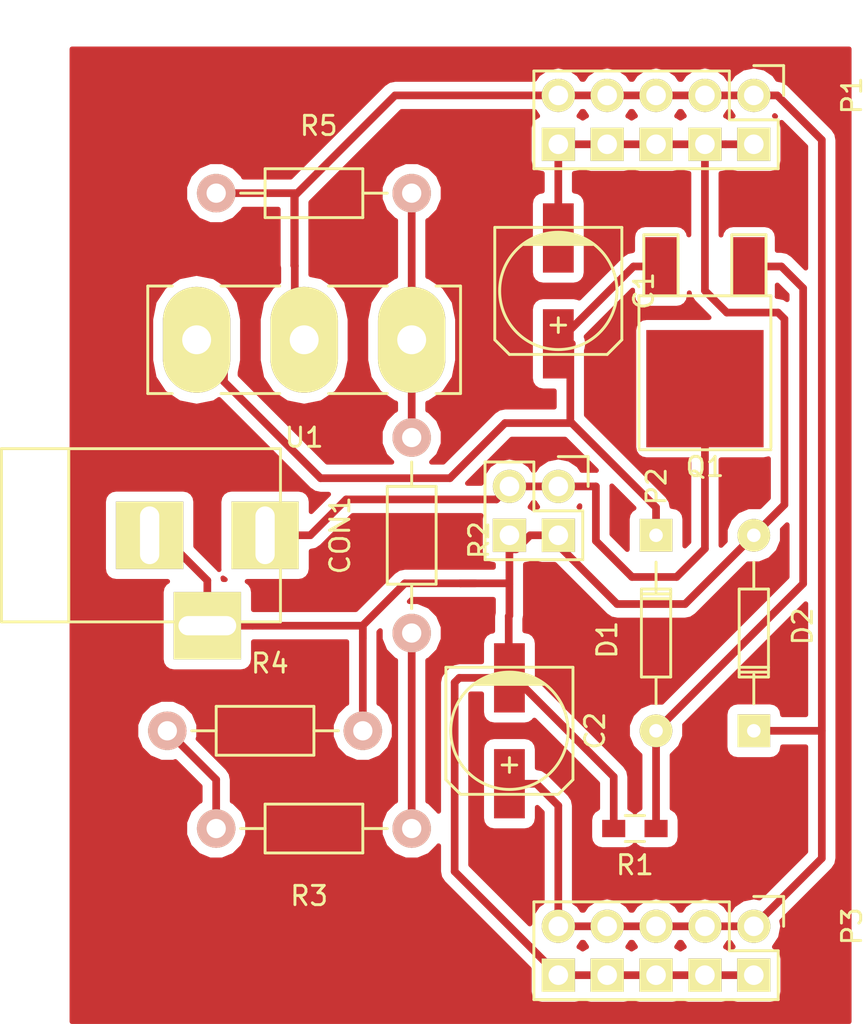
<source format=kicad_pcb>
(kicad_pcb (version 4) (host pcbnew 4.0.2+dfsg1-stable)

  (general
    (links 43)
    (no_connects 0)
    (area 110.284379 83.591666 156.135 137.388333)
    (thickness 1.6)
    (drawings 0)
    (tracks 117)
    (zones 0)
    (modules 15)
    (nets 9)
  )

  (page A4)
  (layers
    (0 F.Cu signal)
    (31 B.Cu signal hide)
    (32 B.Adhes user)
    (33 F.Adhes user)
    (34 B.Paste user)
    (35 F.Paste user)
    (36 B.SilkS user)
    (37 F.SilkS user)
    (38 B.Mask user)
    (39 F.Mask user)
    (40 Dwgs.User user)
    (41 Cmts.User user)
    (42 Eco1.User user)
    (43 Eco2.User user)
    (44 Edge.Cuts user)
    (45 Margin user)
    (46 B.CrtYd user)
    (47 F.CrtYd user)
    (48 B.Fab user)
    (49 F.Fab user)
  )

  (setup
    (last_trace_width 0.4)
    (trace_clearance 0.4)
    (zone_clearance 0.508)
    (zone_45_only no)
    (trace_min 0.2)
    (segment_width 0.2)
    (edge_width 0.15)
    (via_size 0.6)
    (via_drill 0.4)
    (via_min_size 0.4)
    (via_min_drill 0.3)
    (uvia_size 0.3)
    (uvia_drill 0.1)
    (uvias_allowed no)
    (uvia_min_size 0.2)
    (uvia_min_drill 0.1)
    (pcb_text_width 0.3)
    (pcb_text_size 1.5 1.5)
    (mod_edge_width 0.15)
    (mod_text_size 1 1)
    (mod_text_width 0.15)
    (pad_size 1.651 3.048)
    (pad_drill 0)
    (pad_to_mask_clearance 0.2)
    (aux_axis_origin 0 0)
    (visible_elements FFFFFF7F)
    (pcbplotparams
      (layerselection 0x00000_00000001)
      (usegerberextensions false)
      (excludeedgelayer true)
      (linewidth 0.100000)
      (plotframeref false)
      (viasonmask false)
      (mode 1)
      (useauxorigin false)
      (hpglpennumber 1)
      (hpglpenspeed 20)
      (hpglpendiameter 15)
      (hpglpenoverlay 2)
      (psnegative false)
      (psa4output false)
      (plotreference true)
      (plotvalue true)
      (plotinvisibletext false)
      (padsonsilk false)
      (subtractmaskfromsilk false)
      (outputformat 4)
      (mirror true)
      (drillshape 1)
      (scaleselection 1)
      (outputdirectory ""))
  )

  (net 0 "")
  (net 1 "Net-(C1-Pad1)")
  (net 2 GND)
  (net 3 "Net-(C2-Pad1)")
  (net 4 "Net-(D1-Pad2)")
  (net 5 VCC)
  (net 6 "Net-(R2-Pad1)")
  (net 7 "Net-(R2-Pad2)")
  (net 8 "Net-(R3-Pad2)")

  (net_class Default "This is the default net class."
    (clearance 0.4)
    (trace_width 0.4)
    (via_dia 0.6)
    (via_drill 0.4)
    (uvia_dia 0.3)
    (uvia_drill 0.1)
    (add_net GND)
    (add_net "Net-(C1-Pad1)")
    (add_net "Net-(C2-Pad1)")
    (add_net "Net-(D1-Pad2)")
    (add_net "Net-(R2-Pad1)")
    (add_net "Net-(R2-Pad2)")
    (add_net "Net-(R3-Pad2)")
    (add_net VCC)
  )

  (module Capacitors_SMD:c_elec_6.3x5.3 (layer F.Cu) (tedit 55725E31) (tstamp 5AAB3AA7)
    (at 139.7 99.06 270)
    (descr "SMT capacitor, aluminium electrolytic, 6.3x5.3")
    (path /5AA2005A)
    (attr smd)
    (fp_text reference C1 (at 0 -4.445 270) (layer F.SilkS)
      (effects (font (size 1 1) (thickness 0.15)))
    )
    (fp_text value "100 µF" (at 0 4.445 270) (layer F.Fab)
      (effects (font (size 1 1) (thickness 0.15)))
    )
    (fp_line (start -4.85 -3.65) (end 4.85 -3.65) (layer F.CrtYd) (width 0.05))
    (fp_line (start 4.85 -3.65) (end 4.85 3.65) (layer F.CrtYd) (width 0.05))
    (fp_line (start 4.85 3.65) (end -4.85 3.65) (layer F.CrtYd) (width 0.05))
    (fp_line (start -4.85 3.65) (end -4.85 -3.65) (layer F.CrtYd) (width 0.05))
    (fp_line (start -2.921 -0.762) (end -2.921 0.762) (layer F.SilkS) (width 0.15))
    (fp_line (start -2.794 1.143) (end -2.794 -1.143) (layer F.SilkS) (width 0.15))
    (fp_line (start -2.667 -1.397) (end -2.667 1.397) (layer F.SilkS) (width 0.15))
    (fp_line (start -2.54 1.651) (end -2.54 -1.651) (layer F.SilkS) (width 0.15))
    (fp_line (start -2.413 -1.778) (end -2.413 1.778) (layer F.SilkS) (width 0.15))
    (fp_line (start -3.302 -3.302) (end -3.302 3.302) (layer F.SilkS) (width 0.15))
    (fp_line (start -3.302 3.302) (end 2.54 3.302) (layer F.SilkS) (width 0.15))
    (fp_line (start 2.54 3.302) (end 3.302 2.54) (layer F.SilkS) (width 0.15))
    (fp_line (start 3.302 2.54) (end 3.302 -2.54) (layer F.SilkS) (width 0.15))
    (fp_line (start 3.302 -2.54) (end 2.54 -3.302) (layer F.SilkS) (width 0.15))
    (fp_line (start 2.54 -3.302) (end -3.302 -3.302) (layer F.SilkS) (width 0.15))
    (fp_line (start 2.159 0) (end 1.397 0) (layer F.SilkS) (width 0.15))
    (fp_line (start 1.778 -0.381) (end 1.778 0.381) (layer F.SilkS) (width 0.15))
    (fp_circle (center 0 0) (end -3.048 0) (layer F.SilkS) (width 0.15))
    (pad 1 smd rect (at 2.75082 0 270) (size 3.59918 1.6002) (layers F.Cu F.Paste F.Mask)
      (net 1 "Net-(C1-Pad1)"))
    (pad 2 smd rect (at -2.75082 0 270) (size 3.59918 1.6002) (layers F.Cu F.Paste F.Mask)
      (net 2 GND))
    (model Capacitors_SMD.3dshapes/c_elec_6.3x5.3.wrl
      (at (xyz 0 0 0))
      (scale (xyz 1 1 1))
      (rotate (xyz 0 0 0))
    )
  )

  (module Capacitors_SMD:c_elec_6.3x5.3 (layer F.Cu) (tedit 55725E31) (tstamp 5AAB3AAD)
    (at 137.16 121.92 270)
    (descr "SMT capacitor, aluminium electrolytic, 6.3x5.3")
    (path /5AA200EB)
    (attr smd)
    (fp_text reference C2 (at 0 -4.445 270) (layer F.SilkS)
      (effects (font (size 1 1) (thickness 0.15)))
    )
    (fp_text value "100 µF" (at 0 4.445 270) (layer F.Fab)
      (effects (font (size 1 1) (thickness 0.15)))
    )
    (fp_line (start -4.85 -3.65) (end 4.85 -3.65) (layer F.CrtYd) (width 0.05))
    (fp_line (start 4.85 -3.65) (end 4.85 3.65) (layer F.CrtYd) (width 0.05))
    (fp_line (start 4.85 3.65) (end -4.85 3.65) (layer F.CrtYd) (width 0.05))
    (fp_line (start -4.85 3.65) (end -4.85 -3.65) (layer F.CrtYd) (width 0.05))
    (fp_line (start -2.921 -0.762) (end -2.921 0.762) (layer F.SilkS) (width 0.15))
    (fp_line (start -2.794 1.143) (end -2.794 -1.143) (layer F.SilkS) (width 0.15))
    (fp_line (start -2.667 -1.397) (end -2.667 1.397) (layer F.SilkS) (width 0.15))
    (fp_line (start -2.54 1.651) (end -2.54 -1.651) (layer F.SilkS) (width 0.15))
    (fp_line (start -2.413 -1.778) (end -2.413 1.778) (layer F.SilkS) (width 0.15))
    (fp_line (start -3.302 -3.302) (end -3.302 3.302) (layer F.SilkS) (width 0.15))
    (fp_line (start -3.302 3.302) (end 2.54 3.302) (layer F.SilkS) (width 0.15))
    (fp_line (start 2.54 3.302) (end 3.302 2.54) (layer F.SilkS) (width 0.15))
    (fp_line (start 3.302 2.54) (end 3.302 -2.54) (layer F.SilkS) (width 0.15))
    (fp_line (start 3.302 -2.54) (end 2.54 -3.302) (layer F.SilkS) (width 0.15))
    (fp_line (start 2.54 -3.302) (end -3.302 -3.302) (layer F.SilkS) (width 0.15))
    (fp_line (start 2.159 0) (end 1.397 0) (layer F.SilkS) (width 0.15))
    (fp_line (start 1.778 -0.381) (end 1.778 0.381) (layer F.SilkS) (width 0.15))
    (fp_circle (center 0 0) (end -3.048 0) (layer F.SilkS) (width 0.15))
    (pad 1 smd rect (at 2.75082 0 270) (size 3.59918 1.6002) (layers F.Cu F.Paste F.Mask)
      (net 3 "Net-(C2-Pad1)"))
    (pad 2 smd rect (at -2.75082 0 270) (size 3.59918 1.6002) (layers F.Cu F.Paste F.Mask)
      (net 2 GND))
    (model Capacitors_SMD.3dshapes/c_elec_6.3x5.3.wrl
      (at (xyz 0 0 0))
      (scale (xyz 1 1 1))
      (rotate (xyz 0 0 0))
    )
  )

  (module Connect:BARREL_JACK (layer F.Cu) (tedit 0) (tstamp 5AAB3AB4)
    (at 118.26 111.76)
    (descr "DC Barrel Jack")
    (tags "Power Jack")
    (path /5AA7E818)
    (fp_text reference CON1 (at 10.09904 0 90) (layer F.SilkS)
      (effects (font (size 1 1) (thickness 0.15)))
    )
    (fp_text value BARREL_JACK (at 0 -5.99948) (layer F.Fab)
      (effects (font (size 1 1) (thickness 0.15)))
    )
    (fp_line (start -4.0005 -4.50088) (end -4.0005 4.50088) (layer F.SilkS) (width 0.15))
    (fp_line (start -7.50062 -4.50088) (end -7.50062 4.50088) (layer F.SilkS) (width 0.15))
    (fp_line (start -7.50062 4.50088) (end 7.00024 4.50088) (layer F.SilkS) (width 0.15))
    (fp_line (start 7.00024 4.50088) (end 7.00024 -4.50088) (layer F.SilkS) (width 0.15))
    (fp_line (start 7.00024 -4.50088) (end -7.50062 -4.50088) (layer F.SilkS) (width 0.15))
    (pad 1 thru_hole rect (at 6.20014 0) (size 3.50012 3.50012) (drill oval 1.00076 2.99974) (layers *.Cu *.Mask F.SilkS)
      (net 5 VCC))
    (pad 2 thru_hole rect (at 0.20066 0) (size 3.50012 3.50012) (drill oval 1.00076 2.99974) (layers *.Cu *.Mask F.SilkS)
      (net 2 GND))
    (pad 3 thru_hole rect (at 3.2004 4.699) (size 3.50012 3.50012) (drill oval 2.99974 1.00076) (layers *.Cu *.Mask F.SilkS)
      (net 2 GND))
  )

  (module Diodes_ThroughHole:Diode_DO-35_SOD27_Horizontal_RM10 (layer F.Cu) (tedit 552FFC30) (tstamp 5AAB3ABA)
    (at 144.777 111.759 270)
    (descr "Diode, DO-35,  SOD27, Horizontal, RM 10mm")
    (tags "Diode, DO-35, SOD27, Horizontal, RM 10mm, 1N4148,")
    (path /5AA1A9A1)
    (fp_text reference D1 (at 5.43052 2.53746 270) (layer F.SilkS)
      (effects (font (size 1 1) (thickness 0.15)))
    )
    (fp_text value ZPD5.1 (at 4.41452 -3.55854 270) (layer F.Fab)
      (effects (font (size 1 1) (thickness 0.15)))
    )
    (fp_line (start 7.36652 -0.00254) (end 8.76352 -0.00254) (layer F.SilkS) (width 0.15))
    (fp_line (start 2.92152 -0.00254) (end 1.39752 -0.00254) (layer F.SilkS) (width 0.15))
    (fp_line (start 3.30252 -0.76454) (end 3.30252 0.75946) (layer F.SilkS) (width 0.15))
    (fp_line (start 3.04852 -0.76454) (end 3.04852 0.75946) (layer F.SilkS) (width 0.15))
    (fp_line (start 2.79452 -0.00254) (end 2.79452 0.75946) (layer F.SilkS) (width 0.15))
    (fp_line (start 2.79452 0.75946) (end 7.36652 0.75946) (layer F.SilkS) (width 0.15))
    (fp_line (start 7.36652 0.75946) (end 7.36652 -0.76454) (layer F.SilkS) (width 0.15))
    (fp_line (start 7.36652 -0.76454) (end 2.79452 -0.76454) (layer F.SilkS) (width 0.15))
    (fp_line (start 2.79452 -0.76454) (end 2.79452 -0.00254) (layer F.SilkS) (width 0.15))
    (pad 2 thru_hole circle (at 10.16052 -0.00254 90) (size 1.69926 1.69926) (drill 0.70104) (layers *.Cu *.Mask F.SilkS)
      (net 4 "Net-(D1-Pad2)"))
    (pad 1 thru_hole rect (at 0.00052 -0.00254 90) (size 1.69926 1.69926) (drill 0.70104) (layers *.Cu *.Mask F.SilkS)
      (net 1 "Net-(C1-Pad1)"))
    (model Diodes_ThroughHole.3dshapes/Diode_DO-35_SOD27_Horizontal_RM10.wrl
      (at (xyz 0.2 0 0))
      (scale (xyz 0.4 0.4 0.4))
      (rotate (xyz 0 0 180))
    )
  )

  (module Diodes_ThroughHole:Diode_DO-35_SOD27_Horizontal_RM10 (layer F.Cu) (tedit 552FFC30) (tstamp 5AAB3AC0)
    (at 149.863 121.921 90)
    (descr "Diode, DO-35,  SOD27, Horizontal, RM 10mm")
    (tags "Diode, DO-35, SOD27, Horizontal, RM 10mm, 1N4148,")
    (path /5AAB5CD9)
    (fp_text reference D2 (at 5.43052 2.53746 90) (layer F.SilkS)
      (effects (font (size 1 1) (thickness 0.15)))
    )
    (fp_text value ZPD6.2 (at 4.41452 -5.08254 90) (layer F.Fab)
      (effects (font (size 1 1) (thickness 0.15)))
    )
    (fp_line (start 7.36652 -0.00254) (end 8.76352 -0.00254) (layer F.SilkS) (width 0.15))
    (fp_line (start 2.92152 -0.00254) (end 1.39752 -0.00254) (layer F.SilkS) (width 0.15))
    (fp_line (start 3.30252 -0.76454) (end 3.30252 0.75946) (layer F.SilkS) (width 0.15))
    (fp_line (start 3.04852 -0.76454) (end 3.04852 0.75946) (layer F.SilkS) (width 0.15))
    (fp_line (start 2.79452 -0.00254) (end 2.79452 0.75946) (layer F.SilkS) (width 0.15))
    (fp_line (start 2.79452 0.75946) (end 7.36652 0.75946) (layer F.SilkS) (width 0.15))
    (fp_line (start 7.36652 0.75946) (end 7.36652 -0.76454) (layer F.SilkS) (width 0.15))
    (fp_line (start 7.36652 -0.76454) (end 2.79452 -0.76454) (layer F.SilkS) (width 0.15))
    (fp_line (start 2.79452 -0.76454) (end 2.79452 -0.00254) (layer F.SilkS) (width 0.15))
    (pad 2 thru_hole circle (at 10.16052 -0.00254 270) (size 1.69926 1.69926) (drill 0.70104) (layers *.Cu *.Mask F.SilkS)
      (net 2 GND))
    (pad 1 thru_hole rect (at 0.00052 -0.00254 270) (size 1.69926 1.69926) (drill 0.70104) (layers *.Cu *.Mask F.SilkS)
      (net 3 "Net-(C2-Pad1)"))
    (model Diodes_ThroughHole.3dshapes/Diode_DO-35_SOD27_Horizontal_RM10.wrl
      (at (xyz 0.2 0 0))
      (scale (xyz 0.4 0.4 0.4))
      (rotate (xyz 0 0 180))
    )
  )

  (module Pin_Headers:Pin_Header_Straight_2x05 (layer F.Cu) (tedit 5AAB3B93) (tstamp 5AAB3ACE)
    (at 149.86 88.9 270)
    (descr "Through hole pin header")
    (tags "pin header")
    (path /5AAB5FCD)
    (fp_text reference P1 (at 0 -5.1 270) (layer F.SilkS)
      (effects (font (size 1 1) (thickness 0.15)))
    )
    (fp_text value CONN_02X05 (at 0 -3.1 270) (layer F.Fab)
      (effects (font (size 1 1) (thickness 0.15)))
    )
    (fp_line (start -1.75 -1.75) (end -1.75 11.95) (layer F.CrtYd) (width 0.05))
    (fp_line (start 4.3 -1.75) (end 4.3 11.95) (layer F.CrtYd) (width 0.05))
    (fp_line (start -1.75 -1.75) (end 4.3 -1.75) (layer F.CrtYd) (width 0.05))
    (fp_line (start -1.75 11.95) (end 4.3 11.95) (layer F.CrtYd) (width 0.05))
    (fp_line (start 3.81 -1.27) (end 3.81 11.43) (layer F.SilkS) (width 0.15))
    (fp_line (start 3.81 11.43) (end -1.27 11.43) (layer F.SilkS) (width 0.15))
    (fp_line (start -1.27 11.43) (end -1.27 1.27) (layer F.SilkS) (width 0.15))
    (fp_line (start 3.81 -1.27) (end 1.27 -1.27) (layer F.SilkS) (width 0.15))
    (fp_line (start 0 -1.55) (end -1.55 -1.55) (layer F.SilkS) (width 0.15))
    (fp_line (start 1.27 -1.27) (end 1.27 1.27) (layer F.SilkS) (width 0.15))
    (fp_line (start 1.27 1.27) (end -1.27 1.27) (layer F.SilkS) (width 0.15))
    (fp_line (start -1.55 -1.55) (end -1.55 0) (layer F.SilkS) (width 0.15))
    (pad 1 thru_hole oval (at 0 0 270) (size 1.7272 1.7272) (drill 1.016) (layers *.Cu *.Mask F.SilkS)
      (net 3 "Net-(C2-Pad1)"))
    (pad 2 thru_hole rect (at 2.54 0 270) (size 1.7272 1.7272) (drill 1.016) (layers *.Cu *.Mask F.SilkS)
      (net 2 GND))
    (pad 3 thru_hole oval (at 0 2.54 270) (size 1.7272 1.7272) (drill 1.016) (layers *.Cu *.Mask F.SilkS)
      (net 3 "Net-(C2-Pad1)"))
    (pad 4 thru_hole rect (at 2.54 2.54 270) (size 1.7272 1.7272) (drill 1.016) (layers *.Cu *.Mask F.SilkS)
      (net 2 GND))
    (pad 5 thru_hole oval (at 0 5.08 270) (size 1.7272 1.7272) (drill 1.016) (layers *.Cu *.Mask F.SilkS)
      (net 3 "Net-(C2-Pad1)"))
    (pad 6 thru_hole rect (at 2.54 5.08 270) (size 1.7272 1.7272) (drill 1.016) (layers *.Cu *.Mask F.SilkS)
      (net 2 GND))
    (pad 7 thru_hole oval (at 0 7.62 270) (size 1.7272 1.7272) (drill 1.016) (layers *.Cu *.Mask F.SilkS)
      (net 3 "Net-(C2-Pad1)"))
    (pad 8 thru_hole rect (at 2.54 7.62 270) (size 1.7272 1.7272) (drill 1.016) (layers *.Cu *.Mask F.SilkS)
      (net 2 GND))
    (pad 9 thru_hole oval (at 0 10.16 270) (size 1.7272 1.7272) (drill 1.016) (layers *.Cu *.Mask F.SilkS)
      (net 3 "Net-(C2-Pad1)"))
    (pad 10 thru_hole rect (at 2.54 10.16 270) (size 1.7272 1.7272) (drill 1.016) (layers *.Cu *.Mask F.SilkS)
      (net 2 GND))
    (model Pin_Headers.3dshapes/Pin_Header_Straight_2x05.wrl
      (at (xyz 0.05 -0.2 0))
      (scale (xyz 1 1 1))
      (rotate (xyz 0 0 90))
    )
  )

  (module Pin_Headers:Pin_Header_Straight_2x02 (layer F.Cu) (tedit 5AAB3DEB) (tstamp 5AAB3AD6)
    (at 139.7 109.22 270)
    (descr "Through hole pin header")
    (tags "pin header")
    (path /5AA1AE06)
    (fp_text reference P2 (at 0 -5.1 270) (layer F.SilkS)
      (effects (font (size 1 1) (thickness 0.15)))
    )
    (fp_text value CONN_02X02 (at 0 -3.1 270) (layer F.Fab)
      (effects (font (size 1 1) (thickness 0.15)))
    )
    (fp_line (start -1.75 -1.75) (end -1.75 4.3) (layer F.CrtYd) (width 0.05))
    (fp_line (start 4.3 -1.75) (end 4.3 4.3) (layer F.CrtYd) (width 0.05))
    (fp_line (start -1.75 -1.75) (end 4.3 -1.75) (layer F.CrtYd) (width 0.05))
    (fp_line (start -1.75 4.3) (end 4.3 4.3) (layer F.CrtYd) (width 0.05))
    (fp_line (start -1.55 0) (end -1.55 -1.55) (layer F.SilkS) (width 0.15))
    (fp_line (start 0 -1.55) (end -1.55 -1.55) (layer F.SilkS) (width 0.15))
    (fp_line (start -1.27 1.27) (end 1.27 1.27) (layer F.SilkS) (width 0.15))
    (fp_line (start 1.27 1.27) (end 1.27 -1.27) (layer F.SilkS) (width 0.15))
    (fp_line (start 1.27 -1.27) (end 3.81 -1.27) (layer F.SilkS) (width 0.15))
    (fp_line (start 3.81 -1.27) (end 3.81 3.81) (layer F.SilkS) (width 0.15))
    (fp_line (start 3.81 3.81) (end -1.27 3.81) (layer F.SilkS) (width 0.15))
    (fp_line (start -1.27 3.81) (end -1.27 1.27) (layer F.SilkS) (width 0.15))
    (pad 1 thru_hole oval (at 0 0 270) (size 1.7272 1.7272) (drill 1.016) (layers *.Cu *.Mask F.SilkS)
      (net 5 VCC))
    (pad 2 thru_hole rect (at 2.54 0 270) (size 1.7272 1.7272) (drill 1.016) (layers *.Cu *.Mask F.SilkS)
      (net 2 GND))
    (pad 3 thru_hole oval (at 0 2.54 270) (size 1.7272 1.7272) (drill 1.016) (layers *.Cu *.Mask F.SilkS)
      (net 5 VCC))
    (pad 4 thru_hole rect (at 2.54 2.54 270) (size 1.7272 1.7272) (drill 1.016) (layers *.Cu *.Mask F.SilkS)
      (net 2 GND))
    (model Pin_Headers.3dshapes/Pin_Header_Straight_2x02.wrl
      (at (xyz 0.05 -0.05 0))
      (scale (xyz 1 1 1))
      (rotate (xyz 0 0 90))
    )
  )

  (module Pin_Headers:Pin_Header_Straight_2x05 (layer F.Cu) (tedit 5AAB3B9A) (tstamp 5AAB3AE4)
    (at 149.86 132.08 270)
    (descr "Through hole pin header")
    (tags "pin header")
    (path /5AAB60F2)
    (fp_text reference P3 (at 0 -5.1 270) (layer F.SilkS)
      (effects (font (size 1 1) (thickness 0.15)))
    )
    (fp_text value CONN_02X05 (at 0 -3.1 270) (layer F.Fab)
      (effects (font (size 1 1) (thickness 0.15)))
    )
    (fp_line (start -1.75 -1.75) (end -1.75 11.95) (layer F.CrtYd) (width 0.05))
    (fp_line (start 4.3 -1.75) (end 4.3 11.95) (layer F.CrtYd) (width 0.05))
    (fp_line (start -1.75 -1.75) (end 4.3 -1.75) (layer F.CrtYd) (width 0.05))
    (fp_line (start -1.75 11.95) (end 4.3 11.95) (layer F.CrtYd) (width 0.05))
    (fp_line (start 3.81 -1.27) (end 3.81 11.43) (layer F.SilkS) (width 0.15))
    (fp_line (start 3.81 11.43) (end -1.27 11.43) (layer F.SilkS) (width 0.15))
    (fp_line (start -1.27 11.43) (end -1.27 1.27) (layer F.SilkS) (width 0.15))
    (fp_line (start 3.81 -1.27) (end 1.27 -1.27) (layer F.SilkS) (width 0.15))
    (fp_line (start 0 -1.55) (end -1.55 -1.55) (layer F.SilkS) (width 0.15))
    (fp_line (start 1.27 -1.27) (end 1.27 1.27) (layer F.SilkS) (width 0.15))
    (fp_line (start 1.27 1.27) (end -1.27 1.27) (layer F.SilkS) (width 0.15))
    (fp_line (start -1.55 -1.55) (end -1.55 0) (layer F.SilkS) (width 0.15))
    (pad 1 thru_hole oval (at 0 0 270) (size 1.7272 1.7272) (drill 1.016) (layers *.Cu *.Mask F.SilkS)
      (net 3 "Net-(C2-Pad1)"))
    (pad 2 thru_hole rect (at 2.54 0 270) (size 1.7272 1.7272) (drill 1.016) (layers *.Cu *.Mask F.SilkS)
      (net 2 GND))
    (pad 3 thru_hole oval (at 0 2.54 270) (size 1.7272 1.7272) (drill 1.016) (layers *.Cu *.Mask F.SilkS)
      (net 3 "Net-(C2-Pad1)"))
    (pad 4 thru_hole rect (at 2.54 2.54 270) (size 1.7272 1.7272) (drill 1.016) (layers *.Cu *.Mask F.SilkS)
      (net 2 GND))
    (pad 5 thru_hole oval (at 0 5.08 270) (size 1.7272 1.7272) (drill 1.016) (layers *.Cu *.Mask F.SilkS)
      (net 3 "Net-(C2-Pad1)"))
    (pad 6 thru_hole rect (at 2.54 5.08 270) (size 1.7272 1.7272) (drill 1.016) (layers *.Cu *.Mask F.SilkS)
      (net 2 GND))
    (pad 7 thru_hole oval (at 0 7.62 270) (size 1.7272 1.7272) (drill 1.016) (layers *.Cu *.Mask F.SilkS)
      (net 3 "Net-(C2-Pad1)"))
    (pad 8 thru_hole rect (at 2.54 7.62 270) (size 1.7272 1.7272) (drill 1.016) (layers *.Cu *.Mask F.SilkS)
      (net 2 GND))
    (pad 9 thru_hole oval (at 0 10.16 270) (size 1.7272 1.7272) (drill 1.016) (layers *.Cu *.Mask F.SilkS)
      (net 3 "Net-(C2-Pad1)"))
    (pad 10 thru_hole rect (at 2.54 10.16 270) (size 1.7272 1.7272) (drill 1.016) (layers *.Cu *.Mask F.SilkS)
      (net 2 GND))
    (model Pin_Headers.3dshapes/Pin_Header_Straight_2x05.wrl
      (at (xyz 0.05 -0.2 0))
      (scale (xyz 1 1 1))
      (rotate (xyz 0 0 90))
    )
  )

  (module TO_SOT_Packages_SMD:TO-252-2Lead (layer F.Cu) (tedit 5AAB4478) (tstamp 5AAB3AEB)
    (at 147.32 97.79 180)
    (descr "DPAK / TO-252 2-lead smd package")
    (tags "dpak TO-252")
    (path /5AA1A8CA)
    (attr smd)
    (fp_text reference Q1 (at 0 -10.414 180) (layer F.SilkS)
      (effects (font (size 1 1) (thickness 0.15)))
    )
    (fp_text value FR5305 (at 0 -2.413 180) (layer F.Fab)
      (effects (font (size 1 1) (thickness 0.15)))
    )
    (fp_line (start 1.397 -1.524) (end 1.397 1.651) (layer F.SilkS) (width 0.15))
    (fp_line (start 1.397 1.651) (end 3.175 1.651) (layer F.SilkS) (width 0.15))
    (fp_line (start 3.175 1.651) (end 3.175 -1.524) (layer F.SilkS) (width 0.15))
    (fp_line (start -3.175 -1.524) (end -3.175 1.651) (layer F.SilkS) (width 0.15))
    (fp_line (start -3.175 1.651) (end -1.397 1.651) (layer F.SilkS) (width 0.15))
    (fp_line (start -1.397 1.651) (end -1.397 -1.524) (layer F.SilkS) (width 0.15))
    (fp_line (start 3.429 -7.62) (end 3.429 -1.524) (layer F.SilkS) (width 0.15))
    (fp_line (start 3.429 -1.524) (end -3.429 -1.524) (layer F.SilkS) (width 0.15))
    (fp_line (start -3.429 -1.524) (end -3.429 -9.398) (layer F.SilkS) (width 0.15))
    (fp_line (start -3.429 -9.525) (end 3.429 -9.525) (layer F.SilkS) (width 0.15))
    (fp_line (start 3.429 -9.398) (end 3.429 -7.62) (layer F.SilkS) (width 0.15))
    (pad G smd rect (at -2.286 0 180) (size 1.651 3.048) (layers F.Cu F.Paste F.Mask)
      (net 4 "Net-(D1-Pad2)"))
    (pad D smd rect (at 0 -6.35 180) (size 6.096 6.096) (layers F.Cu F.Paste F.Mask)
      (net 5 VCC))
    (pad S smd rect (at 2.286 0 180) (size 1.651 3.048) (layers F.Cu F.Paste F.Mask)
      (net 1 "Net-(C1-Pad1)"))
    (model TO_SOT_Packages_SMD.3dshapes/TO-252-2Lead.wrl
      (at (xyz 0 0 0))
      (scale (xyz 1 1 1))
      (rotate (xyz 0 0 0))
    )
  )

  (module Resistors_SMD:R_0603_HandSoldering (layer F.Cu) (tedit 5418A00F) (tstamp 5AAB3AF1)
    (at 143.68 127 180)
    (descr "Resistor SMD 0603, hand soldering")
    (tags "resistor 0603")
    (path /5AA1AA56)
    (attr smd)
    (fp_text reference R1 (at 0 -1.9 180) (layer F.SilkS)
      (effects (font (size 1 1) (thickness 0.15)))
    )
    (fp_text value 100k (at 0 1.9 180) (layer F.Fab)
      (effects (font (size 1 1) (thickness 0.15)))
    )
    (fp_line (start -2 -0.8) (end 2 -0.8) (layer F.CrtYd) (width 0.05))
    (fp_line (start -2 0.8) (end 2 0.8) (layer F.CrtYd) (width 0.05))
    (fp_line (start -2 -0.8) (end -2 0.8) (layer F.CrtYd) (width 0.05))
    (fp_line (start 2 -0.8) (end 2 0.8) (layer F.CrtYd) (width 0.05))
    (fp_line (start 0.5 0.675) (end -0.5 0.675) (layer F.SilkS) (width 0.15))
    (fp_line (start -0.5 -0.675) (end 0.5 -0.675) (layer F.SilkS) (width 0.15))
    (pad 1 smd rect (at -1.1 0 180) (size 1.2 0.9) (layers F.Cu F.Paste F.Mask)
      (net 4 "Net-(D1-Pad2)"))
    (pad 2 smd rect (at 1.1 0 180) (size 1.2 0.9) (layers F.Cu F.Paste F.Mask)
      (net 2 GND))
    (model Resistors_SMD.3dshapes/R_0603_HandSoldering.wrl
      (at (xyz 0 0 0))
      (scale (xyz 1 1 1))
      (rotate (xyz 0 0 0))
    )
  )

  (module Resistors_ThroughHole:Resistor_Horizontal_RM10mm (layer F.Cu) (tedit 56648415) (tstamp 5AAB3AF7)
    (at 132.08 106.68 270)
    (descr "Resistor, Axial,  RM 10mm, 1/3W")
    (tags "Resistor Axial RM 10mm 1/3W")
    (path /5AAB3BE8)
    (fp_text reference R2 (at 5.32892 -3.50012 270) (layer F.SilkS)
      (effects (font (size 1 1) (thickness 0.15)))
    )
    (fp_text value 120 (at 5.08 3.81 270) (layer F.Fab)
      (effects (font (size 1 1) (thickness 0.15)))
    )
    (fp_line (start -1.25 -1.5) (end 11.4 -1.5) (layer F.CrtYd) (width 0.05))
    (fp_line (start -1.25 1.5) (end -1.25 -1.5) (layer F.CrtYd) (width 0.05))
    (fp_line (start 11.4 -1.5) (end 11.4 1.5) (layer F.CrtYd) (width 0.05))
    (fp_line (start -1.25 1.5) (end 11.4 1.5) (layer F.CrtYd) (width 0.05))
    (fp_line (start 2.54 -1.27) (end 7.62 -1.27) (layer F.SilkS) (width 0.15))
    (fp_line (start 7.62 -1.27) (end 7.62 1.27) (layer F.SilkS) (width 0.15))
    (fp_line (start 7.62 1.27) (end 2.54 1.27) (layer F.SilkS) (width 0.15))
    (fp_line (start 2.54 1.27) (end 2.54 -1.27) (layer F.SilkS) (width 0.15))
    (fp_line (start 2.54 0) (end 1.27 0) (layer F.SilkS) (width 0.15))
    (fp_line (start 7.62 0) (end 8.89 0) (layer F.SilkS) (width 0.15))
    (pad 1 thru_hole circle (at 0 0 270) (size 1.99898 1.99898) (drill 1.00076) (layers *.Cu *.SilkS *.Mask)
      (net 6 "Net-(R2-Pad1)"))
    (pad 2 thru_hole circle (at 10.16 0 270) (size 1.99898 1.99898) (drill 1.00076) (layers *.Cu *.SilkS *.Mask)
      (net 7 "Net-(R2-Pad2)"))
    (model Resistors_ThroughHole.3dshapes/Resistor_Horizontal_RM10mm.wrl
      (at (xyz 0 0 0))
      (scale (xyz 0.4 0.4 0.4))
      (rotate (xyz 0 0 0))
    )
  )

  (module Resistors_ThroughHole:Resistor_Horizontal_RM10mm (layer F.Cu) (tedit 56648415) (tstamp 5AAB3AFD)
    (at 132.08 127 180)
    (descr "Resistor, Axial,  RM 10mm, 1/3W")
    (tags "Resistor Axial RM 10mm 1/3W")
    (path /5AAB3C4C)
    (fp_text reference R3 (at 5.32892 -3.50012 180) (layer F.SilkS)
      (effects (font (size 1 1) (thickness 0.15)))
    )
    (fp_text value 120 (at 5.08 3.81 180) (layer F.Fab)
      (effects (font (size 1 1) (thickness 0.15)))
    )
    (fp_line (start -1.25 -1.5) (end 11.4 -1.5) (layer F.CrtYd) (width 0.05))
    (fp_line (start -1.25 1.5) (end -1.25 -1.5) (layer F.CrtYd) (width 0.05))
    (fp_line (start 11.4 -1.5) (end 11.4 1.5) (layer F.CrtYd) (width 0.05))
    (fp_line (start -1.25 1.5) (end 11.4 1.5) (layer F.CrtYd) (width 0.05))
    (fp_line (start 2.54 -1.27) (end 7.62 -1.27) (layer F.SilkS) (width 0.15))
    (fp_line (start 7.62 -1.27) (end 7.62 1.27) (layer F.SilkS) (width 0.15))
    (fp_line (start 7.62 1.27) (end 2.54 1.27) (layer F.SilkS) (width 0.15))
    (fp_line (start 2.54 1.27) (end 2.54 -1.27) (layer F.SilkS) (width 0.15))
    (fp_line (start 2.54 0) (end 1.27 0) (layer F.SilkS) (width 0.15))
    (fp_line (start 7.62 0) (end 8.89 0) (layer F.SilkS) (width 0.15))
    (pad 1 thru_hole circle (at 0 0 180) (size 1.99898 1.99898) (drill 1.00076) (layers *.Cu *.SilkS *.Mask)
      (net 7 "Net-(R2-Pad2)"))
    (pad 2 thru_hole circle (at 10.16 0 180) (size 1.99898 1.99898) (drill 1.00076) (layers *.Cu *.SilkS *.Mask)
      (net 8 "Net-(R3-Pad2)"))
    (model Resistors_ThroughHole.3dshapes/Resistor_Horizontal_RM10mm.wrl
      (at (xyz 0 0 0))
      (scale (xyz 0.4 0.4 0.4))
      (rotate (xyz 0 0 0))
    )
  )

  (module Resistors_ThroughHole:Resistor_Horizontal_RM10mm (layer F.Cu) (tedit 56648415) (tstamp 5AAB3B03)
    (at 119.38 121.92)
    (descr "Resistor, Axial,  RM 10mm, 1/3W")
    (tags "Resistor Axial RM 10mm 1/3W")
    (path /5AAB3D28)
    (fp_text reference R4 (at 5.32892 -3.50012) (layer F.SilkS)
      (effects (font (size 1 1) (thickness 0.15)))
    )
    (fp_text value 120 (at 5.08 3.81) (layer F.Fab)
      (effects (font (size 1 1) (thickness 0.15)))
    )
    (fp_line (start -1.25 -1.5) (end 11.4 -1.5) (layer F.CrtYd) (width 0.05))
    (fp_line (start -1.25 1.5) (end -1.25 -1.5) (layer F.CrtYd) (width 0.05))
    (fp_line (start 11.4 -1.5) (end 11.4 1.5) (layer F.CrtYd) (width 0.05))
    (fp_line (start -1.25 1.5) (end 11.4 1.5) (layer F.CrtYd) (width 0.05))
    (fp_line (start 2.54 -1.27) (end 7.62 -1.27) (layer F.SilkS) (width 0.15))
    (fp_line (start 7.62 -1.27) (end 7.62 1.27) (layer F.SilkS) (width 0.15))
    (fp_line (start 7.62 1.27) (end 2.54 1.27) (layer F.SilkS) (width 0.15))
    (fp_line (start 2.54 1.27) (end 2.54 -1.27) (layer F.SilkS) (width 0.15))
    (fp_line (start 2.54 0) (end 1.27 0) (layer F.SilkS) (width 0.15))
    (fp_line (start 7.62 0) (end 8.89 0) (layer F.SilkS) (width 0.15))
    (pad 1 thru_hole circle (at 0 0) (size 1.99898 1.99898) (drill 1.00076) (layers *.Cu *.SilkS *.Mask)
      (net 8 "Net-(R3-Pad2)"))
    (pad 2 thru_hole circle (at 10.16 0) (size 1.99898 1.99898) (drill 1.00076) (layers *.Cu *.SilkS *.Mask)
      (net 2 GND))
    (model Resistors_ThroughHole.3dshapes/Resistor_Horizontal_RM10mm.wrl
      (at (xyz 0 0 0))
      (scale (xyz 0.4 0.4 0.4))
      (rotate (xyz 0 0 0))
    )
  )

  (module Resistors_ThroughHole:Resistor_Horizontal_RM10mm (layer F.Cu) (tedit 56648415) (tstamp 5AAB3B09)
    (at 121.92 93.98)
    (descr "Resistor, Axial,  RM 10mm, 1/3W")
    (tags "Resistor Axial RM 10mm 1/3W")
    (path /5AAB3487)
    (fp_text reference R5 (at 5.32892 -3.50012) (layer F.SilkS)
      (effects (font (size 1 1) (thickness 0.15)))
    )
    (fp_text value 120 (at 5.08 3.81) (layer F.Fab)
      (effects (font (size 1 1) (thickness 0.15)))
    )
    (fp_line (start -1.25 -1.5) (end 11.4 -1.5) (layer F.CrtYd) (width 0.05))
    (fp_line (start -1.25 1.5) (end -1.25 -1.5) (layer F.CrtYd) (width 0.05))
    (fp_line (start 11.4 -1.5) (end 11.4 1.5) (layer F.CrtYd) (width 0.05))
    (fp_line (start -1.25 1.5) (end 11.4 1.5) (layer F.CrtYd) (width 0.05))
    (fp_line (start 2.54 -1.27) (end 7.62 -1.27) (layer F.SilkS) (width 0.15))
    (fp_line (start 7.62 -1.27) (end 7.62 1.27) (layer F.SilkS) (width 0.15))
    (fp_line (start 7.62 1.27) (end 2.54 1.27) (layer F.SilkS) (width 0.15))
    (fp_line (start 2.54 1.27) (end 2.54 -1.27) (layer F.SilkS) (width 0.15))
    (fp_line (start 2.54 0) (end 1.27 0) (layer F.SilkS) (width 0.15))
    (fp_line (start 7.62 0) (end 8.89 0) (layer F.SilkS) (width 0.15))
    (pad 1 thru_hole circle (at 0 0) (size 1.99898 1.99898) (drill 1.00076) (layers *.Cu *.SilkS *.Mask)
      (net 3 "Net-(C2-Pad1)"))
    (pad 2 thru_hole circle (at 10.16 0) (size 1.99898 1.99898) (drill 1.00076) (layers *.Cu *.SilkS *.Mask)
      (net 6 "Net-(R2-Pad1)"))
    (model Resistors_ThroughHole.3dshapes/Resistor_Horizontal_RM10mm.wrl
      (at (xyz 0 0 0))
      (scale (xyz 0.4 0.4 0.4))
      (rotate (xyz 0 0 0))
    )
  )

  (module TO_SOT_Packages_THT:TO-247_Vertical_Neutral123_largePads (layer F.Cu) (tedit 5AAB3F45) (tstamp 5AAB3B10)
    (at 126.492 101.6 180)
    (descr "TO-247 TO-218 TOP-3 FET 1=Gate 2=Drain 3=Source Vertical, large Pads")
    (tags "Transistor FET TO-247 TO-218 TOP-3 Vertical")
    (path /5AAB33D6)
    (fp_text reference U1 (at 0 -5.08 180) (layer F.SilkS)
      (effects (font (size 1 1) (thickness 0.15)))
    )
    (fp_text value LT1084 (at -1.016 8.128 180) (layer F.Fab)
      (effects (font (size 1 1) (thickness 0.15)))
    )
    (fp_line (start 6.858 2.794) (end 8.128 2.794) (layer F.SilkS) (width 0.15))
    (fp_line (start 1.27 2.794) (end 4.318 2.794) (layer F.SilkS) (width 0.15))
    (fp_line (start -4.318 2.794) (end -1.27 2.794) (layer F.SilkS) (width 0.15))
    (fp_line (start -6.858 2.794) (end -8.128 2.794) (layer F.SilkS) (width 0.15))
    (fp_line (start 6.858 -2.794) (end 8.128 -2.794) (layer F.SilkS) (width 0.15))
    (fp_line (start 1.27 -2.794) (end 4.318 -2.794) (layer F.SilkS) (width 0.15))
    (fp_line (start -4.318 -2.794) (end -1.27 -2.794) (layer F.SilkS) (width 0.15))
    (fp_line (start -6.858 -2.794) (end -8.128 -2.794) (layer F.SilkS) (width 0.15))
    (fp_line (start 8.128 2.794) (end 8.128 -2.794) (layer F.SilkS) (width 0.15))
    (fp_line (start -8.128 -2.794) (end -8.128 2.794) (layer F.SilkS) (width 0.15))
    (pad OUT thru_hole oval (at 0 0 270) (size 5.50164 3.50012) (drill 1.50114) (layers *.Cu *.Mask F.SilkS)
      (net 3 "Net-(C2-Pad1)"))
    (pad ADJ thru_hole oval (at -5.588 0 270) (size 5.50164 3.50012) (drill 1.50114) (layers *.Cu *.Mask F.SilkS)
      (net 6 "Net-(R2-Pad1)"))
    (pad IN thru_hole oval (at 5.588 0 270) (size 5.50164 3.50012) (drill 1.50114) (layers *.Cu *.Mask F.SilkS)
      (net 1 "Net-(C1-Pad1)"))
  )

  (segment (start 120.904 101.6) (end 122.326066 101.6) (width 0.4) (layer F.Cu) (net 1))
  (segment (start 122.326066 103.776745) (end 127.342577 108.793256) (width 0.4) (layer F.Cu) (net 1))
  (segment (start 122.326066 101.6) (end 122.326066 103.776745) (width 0.4) (layer F.Cu) (net 1))
  (segment (start 127.342577 108.793256) (end 134.066275 108.793256) (width 0.4) (layer F.Cu) (net 1))
  (segment (start 134.066275 108.793256) (end 136.929231 105.9303) (width 0.4) (layer F.Cu) (net 1))
  (segment (start 136.929231 105.9303) (end 140.4002 105.9303) (width 0.4) (layer F.Cu) (net 1))
  (segment (start 140.4002 101.8108) (end 140.32439 101.88661) (width 0.4) (layer F.Cu) (net 1))
  (segment (start 140.32439 101.88661) (end 140.32439 105.85449) (width 0.4) (layer F.Cu) (net 1))
  (segment (start 140.32439 105.85449) (end 140.4002 105.9303) (width 0.4) (layer F.Cu) (net 1))
  (segment (start 140.4002 101.8108) (end 139.907612 101.8108) (width 0.4) (layer F.Cu) (net 1))
  (segment (start 139.907612 101.8108) (end 139.907612 101.490588) (width 0.4) (layer F.Cu) (net 1))
  (segment (start 143.6082 97.79) (end 145.034 97.79) (width 0.4) (layer F.Cu) (net 1))
  (segment (start 139.907612 101.490588) (end 143.6082 97.79) (width 0.4) (layer F.Cu) (net 1))
  (segment (start 139.7 101.8108) (end 140.4002 101.8108) (width 0.4) (layer F.Cu) (net 1))
  (segment (start 144.7795 111.7595) (end 144.7795 110.3096) (width 0.4) (layer F.Cu) (net 1))
  (segment (start 140.4002 105.9303) (end 144.7795 110.3096) (width 0.4) (layer F.Cu) (net 1))
  (segment (start 139.1823 111.76) (end 142.755612 115.333312) (width 0.4) (layer F.Cu) (net 2))
  (segment (start 146.287688 115.333312) (end 151.45334 110.16766) (width 0.4) (layer F.Cu) (net 2))
  (segment (start 142.755612 115.333312) (end 146.287688 115.333312) (width 0.4) (layer F.Cu) (net 2))
  (segment (start 151.45334 110.16766) (end 151.45334 100.519953) (width 0.4) (layer F.Cu) (net 2))
  (segment (start 151.45334 100.519953) (end 151.119335 100.185948) (width 0.4) (layer F.Cu) (net 2))
  (segment (start 151.119335 100.185948) (end 148.456382 100.185948) (width 0.4) (layer F.Cu) (net 2))
  (segment (start 148.456382 100.185948) (end 147.32 99.049566) (width 0.4) (layer F.Cu) (net 2))
  (segment (start 147.32 99.049566) (end 147.32 91.44) (width 0.4) (layer F.Cu) (net 2))
  (segment (start 137.16 114.3) (end 137.16 115.92706) (width 0.4) (layer F.Cu) (net 2))
  (segment (start 137.16 115.92706) (end 137.12361 115.96345) (width 0.4) (layer F.Cu) (net 2))
  (segment (start 137.12361 115.96345) (end 137.12361 118.835149) (width 0.4) (layer F.Cu) (net 2))
  (segment (start 137.12361 118.835149) (end 137.450843 119.162382) (width 0.4) (layer F.Cu) (net 2))
  (segment (start 137.450843 119.162382) (end 137.444025 119.1692) (width 0.4) (layer F.Cu) (net 2))
  (segment (start 134.62 114.256261) (end 135.3873 114.256261) (width 0.4) (layer F.Cu) (net 2))
  (segment (start 131.723852 114.256261) (end 134.62 114.256261) (width 0.4) (layer F.Cu) (net 2))
  (segment (start 137.16 112.4919) (end 137.16 114.3) (width 0.4) (layer F.Cu) (net 2))
  (segment (start 137.116261 114.256261) (end 137.16 114.3) (width 0.4) (layer F.Cu) (net 2))
  (segment (start 134.62 114.256261) (end 137.116261 114.256261) (width 0.4) (layer F.Cu) (net 2))
  (segment (start 129.54 117.1175) (end 129.54 116.440113) (width 0.4) (layer F.Cu) (net 2))
  (segment (start 129.54 116.440113) (end 131.723852 114.256261) (width 0.4) (layer F.Cu) (net 2))
  (segment (start 134.312468 119.409242) (end 134.55253 119.16918) (width 0.4) (layer F.Cu) (net 2))
  (segment (start 134.55253 119.16918) (end 137.16 119.16918) (width 0.4) (layer F.Cu) (net 2))
  (segment (start 139.7 134.62) (end 134.312468 129.232468) (width 0.4) (layer F.Cu) (net 2))
  (segment (start 134.312468 129.232468) (end 134.312468 119.409242) (width 0.4) (layer F.Cu) (net 2))
  (segment (start 142.58 127) (end 142.58 124.308762) (width 0.4) (layer F.Cu) (net 2))
  (segment (start 142.58 124.308762) (end 137.265857 118.994619) (width 0.4) (layer F.Cu) (net 2))
  (segment (start 137.265857 118.994619) (end 137.414484 118.845992) (width 0.4) (layer F.Cu) (net 2))
  (segment (start 137.414484 118.845992) (end 137.414484 119.1692) (width 0.4) (layer F.Cu) (net 2))
  (segment (start 137.16 119.1692) (end 137.130459 119.198741) (width 0.4) (layer F.Cu) (net 2))
  (segment (start 129.54 117.1175) (end 129.54 116.459) (width 0.4) (layer F.Cu) (net 2))
  (segment (start 129.54 116.459) (end 123.8108 116.459) (width 0.4) (layer F.Cu) (net 2))
  (segment (start 123.8108 116.459) (end 121.4604 116.459) (width 0.4) (layer F.Cu) (net 2))
  (segment (start 121.4604 116.459) (end 121.4604 114.1086) (width 0.4) (layer F.Cu) (net 2))
  (segment (start 121.4604 114.1086) (end 119.1118 111.76) (width 0.4) (layer F.Cu) (net 2))
  (segment (start 119.1118 111.76) (end 118.4607 111.76) (width 0.4) (layer F.Cu) (net 2))
  (segment (start 142.24 134.62) (end 144.78 134.62) (width 0.4) (layer F.Cu) (net 2))
  (segment (start 144.78 134.62) (end 147.32 134.62) (width 0.4) (layer F.Cu) (net 2))
  (segment (start 147.32 134.62) (end 149.86 134.62) (width 0.4) (layer F.Cu) (net 2))
  (segment (start 142.24 134.62) (end 139.7 134.62) (width 0.4) (layer F.Cu) (net 2))
  (segment (start 142.24 91.44) (end 144.78 91.44) (width 0.4) (layer F.Cu) (net 2))
  (segment (start 144.78 91.44) (end 147.32 91.44) (width 0.4) (layer F.Cu) (net 2))
  (segment (start 139.7 91.44) (end 142.24 91.44) (width 0.4) (layer F.Cu) (net 2))
  (segment (start 139.7 91.44) (end 139.7 96.3092) (width 0.4) (layer F.Cu) (net 2))
  (segment (start 129.54 121.92) (end 129.54 117.1175) (width 0.4) (layer F.Cu) (net 2))
  (segment (start 149.86 91.44) (end 148.3961 91.44) (width 0.4) (layer F.Cu) (net 2))
  (segment (start 147.32 91.44) (end 148.3961 91.44) (width 0.4) (layer F.Cu) (net 2))
  (segment (start 137.16 111.76) (end 137.16 112.4919) (width 0.4) (layer F.Cu) (net 2))
  (segment (start 137.5042 112.4919) (end 138.2361 111.76) (width 0.4) (layer F.Cu) (net 2))
  (segment (start 137.16 112.4919) (end 137.5042 112.4919) (width 0.4) (layer F.Cu) (net 2))
  (segment (start 139.1822 111.76) (end 139.1823 111.76) (width 0.4) (layer F.Cu) (net 2))
  (segment (start 139.1822 111.76) (end 138.2361 111.76) (width 0.4) (layer F.Cu) (net 2))
  (segment (start 139.7 111.76) (end 139.1823 111.76) (width 0.4) (layer F.Cu) (net 2))
  (segment (start 153.394799 128.545201) (end 153.394799 121.92) (width 0.4) (layer F.Cu) (net 3))
  (segment (start 149.86046 121.92048) (end 153.394319 121.92048) (width 0.4) (layer F.Cu) (net 3))
  (segment (start 153.394799 121.92) (end 153.394799 91.213485) (width 0.4) (layer F.Cu) (net 3))
  (segment (start 153.394319 121.92048) (end 153.394799 121.92) (width 0.4) (layer F.Cu) (net 3))
  (segment (start 149.86 132.08) (end 153.394799 128.545201) (width 0.4) (layer F.Cu) (net 3))
  (segment (start 153.394799 91.213485) (end 151.081314 88.9) (width 0.4) (layer F.Cu) (net 3))
  (segment (start 151.081314 88.9) (end 149.86 88.9) (width 0.4) (layer F.Cu) (net 3))
  (segment (start 126.492 101.6) (end 126.492 99.774436) (width 0.4) (layer F.Cu) (net 3))
  (segment (start 126.492 99.774436) (end 126.004 99.286436) (width 0.4) (layer F.Cu) (net 3))
  (segment (start 126.004 99.286436) (end 126.004 97.7608) (width 0.4) (layer F.Cu) (net 3))
  (segment (start 126.004 97.7608) (end 125.976825 97.733625) (width 0.4) (layer F.Cu) (net 3))
  (segment (start 125.976825 97.733625) (end 125.976825 94.137693) (width 0.4) (layer F.Cu) (net 3))
  (segment (start 125.976825 94.137693) (end 131.214518 88.9) (width 0.4) (layer F.Cu) (net 3))
  (segment (start 131.214518 88.9) (end 139.7 88.9) (width 0.4) (layer F.Cu) (net 3))
  (segment (start 121.92 93.98) (end 126.004 93.98) (width 0.4) (layer F.Cu) (net 3))
  (segment (start 126.004 93.98) (end 126.004 97.7608) (width 0.4) (layer F.Cu) (net 3))
  (segment (start 142.24 132.08) (end 144.78 132.08) (width 0.4) (layer F.Cu) (net 3))
  (segment (start 144.78 132.08) (end 147.32 132.08) (width 0.4) (layer F.Cu) (net 3))
  (segment (start 139.7 88.9) (end 142.24 88.9) (width 0.4) (layer F.Cu) (net 3))
  (segment (start 142.24 88.9) (end 144.78 88.9) (width 0.4) (layer F.Cu) (net 3))
  (segment (start 144.78 88.9) (end 147.32 88.9) (width 0.4) (layer F.Cu) (net 3))
  (segment (start 147.32 88.9) (end 149.86 88.9) (width 0.4) (layer F.Cu) (net 3))
  (segment (start 139.7 132.08) (end 142.24 132.08) (width 0.4) (layer F.Cu) (net 3))
  (segment (start 139.7 125.8104) (end 138.5604 124.6708) (width 0.4) (layer F.Cu) (net 3))
  (segment (start 139.7 132.08) (end 139.7 125.8104) (width 0.4) (layer F.Cu) (net 3))
  (segment (start 137.16 124.6708) (end 138.5604 124.6708) (width 0.4) (layer F.Cu) (net 3))
  (segment (start 147.32 132.08) (end 148.7839 132.08) (width 0.4) (layer F.Cu) (net 3))
  (segment (start 149.86 132.08) (end 148.7839 132.08) (width 0.4) (layer F.Cu) (net 3))
  (segment (start 144.78 127) (end 144.78 121.919) (width 0.4) (layer F.Cu) (net 4))
  (segment (start 144.78 121.919) (end 152.425125 114.273875) (width 0.4) (layer F.Cu) (net 4))
  (segment (start 152.425125 114.273875) (end 152.425125 98.919205) (width 0.4) (layer F.Cu) (net 4))
  (segment (start 152.425125 98.919205) (end 151.29592 97.79) (width 0.4) (layer F.Cu) (net 4))
  (segment (start 151.29592 97.79) (end 149.606 97.79) (width 0.4) (layer F.Cu) (net 4))
  (segment (start 137.16 109.22) (end 136.483638 109.896362) (width 0.4) (layer F.Cu) (net 5))
  (segment (start 136.483638 109.896362) (end 128.674138 109.896362) (width 0.4) (layer F.Cu) (net 5))
  (segment (start 128.674138 109.896362) (end 126.8105 111.76) (width 0.4) (layer F.Cu) (net 5))
  (segment (start 126.8105 111.76) (end 124.4601 111.76) (width 0.4) (layer F.Cu) (net 5))
  (segment (start 147.32 104.14) (end 147.32 112.453387) (width 0.4) (layer F.Cu) (net 5))
  (segment (start 147.32 112.453387) (end 145.846701 113.926686) (width 0.4) (layer F.Cu) (net 5))
  (segment (start 145.846701 113.926686) (end 143.528373 113.926686) (width 0.4) (layer F.Cu) (net 5))
  (segment (start 143.528373 113.926686) (end 141.652871 112.051184) (width 0.4) (layer F.Cu) (net 5))
  (segment (start 141.652871 112.051184) (end 141.652871 109.22) (width 0.4) (layer F.Cu) (net 5))
  (segment (start 141.652871 109.22) (end 139.7 109.22) (width 0.4) (layer F.Cu) (net 5))
  (segment (start 137.16 109.22) (end 139.7 109.22) (width 0.4) (layer F.Cu) (net 5))
  (segment (start 132.08 93.98) (end 132.08 101.6) (width 0.4) (layer F.Cu) (net 6))
  (segment (start 132.08 101.6) (end 132.08 106.68) (width 0.4) (layer F.Cu) (net 6))
  (segment (start 132.08 127) (end 132.08 116.84) (width 0.4) (layer F.Cu) (net 7))
  (segment (start 121.92 124.46) (end 121.92 127) (width 0.4) (layer F.Cu) (net 8))
  (segment (start 119.38 121.92) (end 121.92 124.46) (width 0.4) (layer F.Cu) (net 8))

  (zone (net 0) (net_name "") (layer F.Cu) (tstamp 0) (hatch edge 0.508)
    (connect_pads (clearance 0.508))
    (min_thickness 0.254)
    (fill yes (arc_segments 16) (thermal_gap 0.508) (thermal_bridge_width 0.508))
    (polygon
      (pts
        (xy 154.94 86.36) (xy 154.94 137.16) (xy 114.3 137.16) (xy 114.3 86.36)
      )
    )
    (filled_polygon
      (pts
        (xy 154.813 137.033) (xy 114.427 137.033) (xy 114.427 122.243694) (xy 117.745226 122.243694) (xy 117.993538 122.844655)
        (xy 118.452927 123.304846) (xy 119.053453 123.554206) (xy 119.703694 123.554774) (xy 119.795834 123.516702) (xy 121.085 124.805868)
        (xy 121.085 125.576493) (xy 120.995345 125.613538) (xy 120.535154 126.072927) (xy 120.285794 126.673453) (xy 120.285226 127.323694)
        (xy 120.533538 127.924655) (xy 120.992927 128.384846) (xy 121.593453 128.634206) (xy 122.243694 128.634774) (xy 122.844655 128.386462)
        (xy 123.304846 127.927073) (xy 123.554206 127.326547) (xy 123.554774 126.676306) (xy 123.306462 126.075345) (xy 122.847073 125.615154)
        (xy 122.755 125.576922) (xy 122.755 124.46) (xy 122.691439 124.140459) (xy 122.510434 123.869566) (xy 120.977005 122.336137)
        (xy 121.014206 122.246547) (xy 121.014774 121.596306) (xy 120.766462 120.995345) (xy 120.307073 120.535154) (xy 119.706547 120.285794)
        (xy 119.056306 120.285226) (xy 118.455345 120.533538) (xy 117.995154 120.992927) (xy 117.745794 121.593453) (xy 117.745226 122.243694)
        (xy 114.427 122.243694) (xy 114.427 110.00994) (xy 116.06316 110.00994) (xy 116.06316 113.51006) (xy 116.107438 113.745377)
        (xy 116.24651 113.961501) (xy 116.45871 114.106491) (xy 116.7106 114.1575) (xy 119.394645 114.1575) (xy 119.258899 114.24485)
        (xy 119.113909 114.45705) (xy 119.0629 114.70894) (xy 119.0629 118.20906) (xy 119.107178 118.444377) (xy 119.24625 118.660501)
        (xy 119.45845 118.805491) (xy 119.71034 118.8565) (xy 123.21046 118.8565) (xy 123.445777 118.812222) (xy 123.661901 118.67315)
        (xy 123.806891 118.46095) (xy 123.8579 118.20906) (xy 123.8579 117.294) (xy 128.705 117.294) (xy 128.705 120.496493)
        (xy 128.615345 120.533538) (xy 128.155154 120.992927) (xy 127.905794 121.593453) (xy 127.905226 122.243694) (xy 128.153538 122.844655)
        (xy 128.612927 123.304846) (xy 129.213453 123.554206) (xy 129.863694 123.554774) (xy 130.464655 123.306462) (xy 130.924846 122.847073)
        (xy 131.174206 122.246547) (xy 131.174774 121.596306) (xy 130.926462 120.995345) (xy 130.467073 120.535154) (xy 130.375 120.496922)
        (xy 130.375 116.785981) (xy 130.445618 116.715363) (xy 130.445226 117.163694) (xy 130.693538 117.764655) (xy 131.152927 118.224846)
        (xy 131.245 118.263078) (xy 131.245 125.576493) (xy 131.155345 125.613538) (xy 130.695154 126.072927) (xy 130.445794 126.673453)
        (xy 130.445226 127.323694) (xy 130.693538 127.924655) (xy 131.152927 128.384846) (xy 131.753453 128.634206) (xy 132.403694 128.634774)
        (xy 133.004655 128.386462) (xy 133.464846 127.927073) (xy 133.477468 127.896676) (xy 133.477468 129.232468) (xy 133.541029 129.552009)
        (xy 133.722034 129.822902) (xy 138.18896 134.289828) (xy 138.18896 135.4836) (xy 138.233238 135.718917) (xy 138.37231 135.935041)
        (xy 138.58451 136.080031) (xy 138.8364 136.13104) (xy 140.5636 136.13104) (xy 140.798917 136.086762) (xy 140.971669 135.975599)
        (xy 141.12451 136.080031) (xy 141.3764 136.13104) (xy 143.1036 136.13104) (xy 143.338917 136.086762) (xy 143.511669 135.975599)
        (xy 143.66451 136.080031) (xy 143.9164 136.13104) (xy 145.6436 136.13104) (xy 145.878917 136.086762) (xy 146.051669 135.975599)
        (xy 146.20451 136.080031) (xy 146.4564 136.13104) (xy 148.1836 136.13104) (xy 148.418917 136.086762) (xy 148.591669 135.975599)
        (xy 148.74451 136.080031) (xy 148.9964 136.13104) (xy 150.7236 136.13104) (xy 150.958917 136.086762) (xy 151.175041 135.94769)
        (xy 151.320031 135.73549) (xy 151.37104 135.4836) (xy 151.37104 133.7564) (xy 151.326762 133.521083) (xy 151.18769 133.304959)
        (xy 150.97549 133.159969) (xy 150.931655 133.151092) (xy 151.244526 132.682848) (xy 151.3586 132.109359) (xy 151.3586 132.050641)
        (xy 151.310756 131.810112) (xy 153.985233 129.135635) (xy 154.166239 128.864741) (xy 154.229799 128.545201) (xy 154.229799 91.213485)
        (xy 154.166238 90.893944) (xy 153.985233 90.623051) (xy 151.671748 88.309566) (xy 151.653169 88.297152) (xy 151.400855 88.128561)
        (xy 151.090647 88.066857) (xy 150.91967 87.810971) (xy 150.433489 87.486115) (xy 149.86 87.372041) (xy 149.286511 87.486115)
        (xy 148.80033 87.810971) (xy 148.630593 88.065) (xy 148.549407 88.065) (xy 148.37967 87.810971) (xy 147.893489 87.486115)
        (xy 147.32 87.372041) (xy 146.746511 87.486115) (xy 146.26033 87.810971) (xy 146.090593 88.065) (xy 146.009407 88.065)
        (xy 145.83967 87.810971) (xy 145.353489 87.486115) (xy 144.78 87.372041) (xy 144.206511 87.486115) (xy 143.72033 87.810971)
        (xy 143.550593 88.065) (xy 143.469407 88.065) (xy 143.29967 87.810971) (xy 142.813489 87.486115) (xy 142.24 87.372041)
        (xy 141.666511 87.486115) (xy 141.18033 87.810971) (xy 141.010593 88.065) (xy 140.929407 88.065) (xy 140.75967 87.810971)
        (xy 140.273489 87.486115) (xy 139.7 87.372041) (xy 139.126511 87.486115) (xy 138.64033 87.810971) (xy 138.470593 88.065)
        (xy 131.214518 88.065) (xy 130.894977 88.128561) (xy 130.642663 88.297152) (xy 130.624084 88.309566) (xy 125.78865 93.145)
        (xy 123.343507 93.145) (xy 123.306462 93.055345) (xy 122.847073 92.595154) (xy 122.246547 92.345794) (xy 121.596306 92.345226)
        (xy 120.995345 92.593538) (xy 120.535154 93.052927) (xy 120.285794 93.653453) (xy 120.285226 94.303694) (xy 120.533538 94.904655)
        (xy 120.992927 95.364846) (xy 121.593453 95.614206) (xy 122.243694 95.614774) (xy 122.844655 95.366462) (xy 123.304846 94.907073)
        (xy 123.343078 94.815) (xy 125.141825 94.815) (xy 125.141825 97.733625) (xy 125.169 97.870242) (xy 125.169 98.603538)
        (xy 124.805508 98.846416) (xy 124.288492 99.620185) (xy 124.10694 100.532908) (xy 124.10694 102.667092) (xy 124.288492 103.579815)
        (xy 124.805508 104.353584) (xy 125.579277 104.8706) (xy 126.492 105.052152) (xy 127.404723 104.8706) (xy 128.178492 104.353584)
        (xy 128.695508 103.579815) (xy 128.87706 102.667092) (xy 128.87706 100.532908) (xy 128.695508 99.620185) (xy 128.178492 98.846416)
        (xy 127.404723 98.3294) (xy 126.839 98.216871) (xy 126.839 94.456386) (xy 131.560386 89.735) (xy 138.470593 89.735)
        (xy 138.626574 89.968442) (xy 138.601083 89.973238) (xy 138.384959 90.11231) (xy 138.239969 90.32451) (xy 138.18896 90.5764)
        (xy 138.18896 92.3036) (xy 138.233238 92.538917) (xy 138.37231 92.755041) (xy 138.58451 92.900031) (xy 138.8364 92.95104)
        (xy 138.865 92.95104) (xy 138.865 93.868717) (xy 138.664583 93.906428) (xy 138.448459 94.0455) (xy 138.303469 94.2577)
        (xy 138.25246 94.50959) (xy 138.25246 98.10877) (xy 138.296738 98.344087) (xy 138.43581 98.560211) (xy 138.64801 98.705201)
        (xy 138.8999 98.75621) (xy 140.5001 98.75621) (xy 140.735417 98.711932) (xy 140.951541 98.57286) (xy 141.096531 98.36066)
        (xy 141.14754 98.10877) (xy 141.14754 94.50959) (xy 141.103262 94.274273) (xy 140.96419 94.058149) (xy 140.75199 93.913159)
        (xy 140.535 93.869217) (xy 140.535 92.95104) (xy 140.5636 92.95104) (xy 140.798917 92.906762) (xy 140.971669 92.795599)
        (xy 141.12451 92.900031) (xy 141.3764 92.95104) (xy 143.1036 92.95104) (xy 143.338917 92.906762) (xy 143.511669 92.795599)
        (xy 143.66451 92.900031) (xy 143.9164 92.95104) (xy 145.6436 92.95104) (xy 145.878917 92.906762) (xy 146.051669 92.795599)
        (xy 146.20451 92.900031) (xy 146.4564 92.95104) (xy 146.485 92.95104) (xy 146.485 96.149399) (xy 146.462662 96.030683)
        (xy 146.32359 95.814559) (xy 146.11139 95.669569) (xy 145.8595 95.61856) (xy 144.2085 95.61856) (xy 143.973183 95.662838)
        (xy 143.757059 95.80191) (xy 143.612069 96.01411) (xy 143.56106 96.266) (xy 143.56106 96.964377) (xy 143.28866 97.01856)
        (xy 143.017766 97.199566) (xy 140.782017 99.435315) (xy 140.75199 99.414799) (xy 140.5001 99.36379) (xy 138.8999 99.36379)
        (xy 138.664583 99.408068) (xy 138.448459 99.54714) (xy 138.303469 99.75934) (xy 138.25246 100.01123) (xy 138.25246 103.61041)
        (xy 138.296738 103.845727) (xy 138.43581 104.061851) (xy 138.64801 104.206841) (xy 138.8999 104.25785) (xy 139.48939 104.25785)
        (xy 139.48939 105.0953) (xy 136.929231 105.0953) (xy 136.60969 105.158861) (xy 136.452255 105.264056) (xy 136.338797 105.339866)
        (xy 133.720407 107.958256) (xy 133.11305 107.958256) (xy 133.464846 107.607073) (xy 133.714206 107.006547) (xy 133.714774 106.356306)
        (xy 133.466462 105.755345) (xy 133.007073 105.295154) (xy 132.915 105.256922) (xy 132.915 104.88606) (xy 132.992723 104.8706)
        (xy 133.766492 104.353584) (xy 134.283508 103.579815) (xy 134.46506 102.667092) (xy 134.46506 100.532908) (xy 134.283508 99.620185)
        (xy 133.766492 98.846416) (xy 132.992723 98.3294) (xy 132.915 98.31394) (xy 132.915 95.403507) (xy 133.004655 95.366462)
        (xy 133.464846 94.907073) (xy 133.714206 94.306547) (xy 133.714774 93.656306) (xy 133.466462 93.055345) (xy 133.007073 92.595154)
        (xy 132.406547 92.345794) (xy 131.756306 92.345226) (xy 131.155345 92.593538) (xy 130.695154 93.052927) (xy 130.445794 93.653453)
        (xy 130.445226 94.303694) (xy 130.693538 94.904655) (xy 131.152927 95.364846) (xy 131.245 95.403078) (xy 131.245 98.31394)
        (xy 131.167277 98.3294) (xy 130.393508 98.846416) (xy 129.876492 99.620185) (xy 129.69494 100.532908) (xy 129.69494 102.667092)
        (xy 129.876492 103.579815) (xy 130.393508 104.353584) (xy 131.167277 104.8706) (xy 131.245 104.88606) (xy 131.245 105.256493)
        (xy 131.155345 105.293538) (xy 130.695154 105.752927) (xy 130.445794 106.353453) (xy 130.445226 107.003694) (xy 130.693538 107.604655)
        (xy 131.046523 107.958256) (xy 127.688445 107.958256) (xy 123.161066 103.430877) (xy 123.161066 103.310561) (xy 123.28906 102.667092)
        (xy 123.28906 100.532908) (xy 123.107508 99.620185) (xy 122.590492 98.846416) (xy 121.816723 98.3294) (xy 120.904 98.147848)
        (xy 119.991277 98.3294) (xy 119.217508 98.846416) (xy 118.700492 99.620185) (xy 118.51894 100.532908) (xy 118.51894 102.667092)
        (xy 118.700492 103.579815) (xy 119.217508 104.353584) (xy 119.991277 104.8706) (xy 120.904 105.052152) (xy 121.816723 104.8706)
        (xy 122.069891 104.701438) (xy 126.752143 109.38369) (xy 127.023036 109.564695) (xy 127.342577 109.628256) (xy 127.761376 109.628256)
        (xy 126.85764 110.531992) (xy 126.85764 110.00994) (xy 126.813362 109.774623) (xy 126.67429 109.558499) (xy 126.46209 109.413509)
        (xy 126.2102 109.3625) (xy 122.71008 109.3625) (xy 122.474763 109.406778) (xy 122.258639 109.54585) (xy 122.113649 109.75805)
        (xy 122.06264 110.00994) (xy 122.06264 113.51006) (xy 122.069391 113.545939) (xy 122.050834 113.518166) (xy 120.85816 112.325492)
        (xy 120.85816 110.00994) (xy 120.813882 109.774623) (xy 120.67481 109.558499) (xy 120.46261 109.413509) (xy 120.21072 109.3625)
        (xy 116.7106 109.3625) (xy 116.475283 109.406778) (xy 116.259159 109.54585) (xy 116.114169 109.75805) (xy 116.06316 110.00994)
        (xy 114.427 110.00994) (xy 114.427 86.487) (xy 154.813 86.487)
      )
    )
    (filled_polygon
      (pts
        (xy 141.166574 133.148442) (xy 141.141083 133.153238) (xy 140.968331 133.264401) (xy 140.81549 133.159969) (xy 140.771655 133.151092)
        (xy 140.929407 132.915) (xy 141.010593 132.915)
      )
    )
    (filled_polygon
      (pts
        (xy 143.706574 133.148442) (xy 143.681083 133.153238) (xy 143.508331 133.264401) (xy 143.35549 133.159969) (xy 143.311655 133.151092)
        (xy 143.469407 132.915) (xy 143.550593 132.915)
      )
    )
    (filled_polygon
      (pts
        (xy 146.246574 133.148442) (xy 146.221083 133.153238) (xy 146.048331 133.264401) (xy 145.89549 133.159969) (xy 145.851655 133.151092)
        (xy 146.009407 132.915) (xy 146.090593 132.915)
      )
    )
    (filled_polygon
      (pts
        (xy 148.786574 133.148442) (xy 148.761083 133.153238) (xy 148.588331 133.264401) (xy 148.43549 133.159969) (xy 148.391655 133.151092)
        (xy 148.549407 132.915) (xy 148.630593 132.915)
      )
    )
    (filled_polygon
      (pts
        (xy 152.559799 121.08548) (xy 151.35753 121.08548) (xy 151.35753 121.07085) (xy 151.313252 120.835533) (xy 151.17418 120.619409)
        (xy 150.96198 120.474419) (xy 150.71009 120.42341) (xy 149.01083 120.42341) (xy 148.775513 120.467688) (xy 148.559389 120.60676)
        (xy 148.414399 120.81896) (xy 148.36339 121.07085) (xy 148.36339 122.77011) (xy 148.407668 123.005427) (xy 148.54674 123.221551)
        (xy 148.75894 123.366541) (xy 149.01083 123.41755) (xy 150.71009 123.41755) (xy 150.945407 123.373272) (xy 151.161531 123.2342)
        (xy 151.306521 123.022) (xy 151.35753 122.77011) (xy 151.35753 122.75548) (xy 152.559799 122.75548) (xy 152.559799 128.199333)
        (xy 150.149505 130.609627) (xy 149.86 130.552041) (xy 149.286511 130.666115) (xy 148.80033 130.990971) (xy 148.630593 131.245)
        (xy 148.549407 131.245) (xy 148.37967 130.990971) (xy 147.893489 130.666115) (xy 147.32 130.552041) (xy 146.746511 130.666115)
        (xy 146.26033 130.990971) (xy 146.090593 131.245) (xy 146.009407 131.245) (xy 145.83967 130.990971) (xy 145.353489 130.666115)
        (xy 144.78 130.552041) (xy 144.206511 130.666115) (xy 143.72033 130.990971) (xy 143.550593 131.245) (xy 143.469407 131.245)
        (xy 143.29967 130.990971) (xy 142.813489 130.666115) (xy 142.24 130.552041) (xy 141.666511 130.666115) (xy 141.18033 130.990971)
        (xy 141.010593 131.245) (xy 140.929407 131.245) (xy 140.75967 130.990971) (xy 140.535 130.840851) (xy 140.535 125.8104)
        (xy 140.495842 125.613538) (xy 140.47144 125.49086) (xy 140.290434 125.219966) (xy 139.150834 124.080366) (xy 139.014427 123.989222)
        (xy 138.879941 123.899361) (xy 138.60754 123.845177) (xy 138.60754 122.87123) (xy 138.563262 122.635913) (xy 138.42419 122.419789)
        (xy 138.21199 122.274799) (xy 137.9601 122.22379) (xy 136.3599 122.22379) (xy 136.124583 122.268068) (xy 135.908459 122.40714)
        (xy 135.763469 122.61934) (xy 135.71246 122.87123) (xy 135.71246 126.47041) (xy 135.756738 126.705727) (xy 135.89581 126.921851)
        (xy 136.10801 127.066841) (xy 136.3599 127.11785) (xy 137.9601 127.11785) (xy 138.195417 127.073572) (xy 138.411541 126.9345)
        (xy 138.556531 126.7223) (xy 138.60754 126.47041) (xy 138.60754 125.898808) (xy 138.865 126.156268) (xy 138.865 130.840851)
        (xy 138.64033 130.990971) (xy 138.315474 131.477152) (xy 138.219668 131.9588) (xy 135.147468 128.8866) (xy 135.147468 120.00418)
        (xy 135.71246 120.00418) (xy 135.71246 120.96877) (xy 135.756738 121.204087) (xy 135.89581 121.420211) (xy 136.10801 121.565201)
        (xy 136.3599 121.61621) (xy 137.9601 121.61621) (xy 138.195417 121.571932) (xy 138.411541 121.43286) (xy 138.456878 121.366508)
        (xy 141.745 124.65463) (xy 141.745 125.946778) (xy 141.744683 125.946838) (xy 141.528559 126.08591) (xy 141.383569 126.29811)
        (xy 141.33256 126.55) (xy 141.33256 127.45) (xy 141.376838 127.685317) (xy 141.51591 127.901441) (xy 141.72811 128.046431)
        (xy 141.98 128.09744) (xy 143.18 128.09744) (xy 143.415317 128.053162) (xy 143.631441 127.91409) (xy 143.679134 127.844289)
        (xy 143.71591 127.901441) (xy 143.92811 128.046431) (xy 144.18 128.09744) (xy 145.38 128.09744) (xy 145.615317 128.053162)
        (xy 145.831441 127.91409) (xy 145.976431 127.70189) (xy 146.02744 127.45) (xy 146.02744 126.55) (xy 145.983162 126.314683)
        (xy 145.84409 126.098559) (xy 145.63189 125.953569) (xy 145.615 125.950149) (xy 145.615 123.180687) (xy 145.619417 123.178862)
        (xy 146.037414 122.761594) (xy 146.263912 122.216127) (xy 146.264428 121.625504) (xy 146.261485 121.618383) (xy 152.559799 115.320069)
      )
    )
    (filled_polygon
      (pts
        (xy 151.590125 113.928007) (xy 145.080978 120.437154) (xy 145.076147 120.435148) (xy 144.485524 120.434632) (xy 143.939663 120.660178)
        (xy 143.521666 121.077446) (xy 143.295168 121.622913) (xy 143.294652 122.213536) (xy 143.520198 122.759397) (xy 143.937466 123.177394)
        (xy 143.945 123.180522) (xy 143.945 125.946778) (xy 143.944683 125.946838) (xy 143.728559 126.08591) (xy 143.680866 126.155711)
        (xy 143.64409 126.098559) (xy 143.43189 125.953569) (xy 143.415 125.950149) (xy 143.415 124.308762) (xy 143.351439 123.989221)
        (xy 143.170434 123.718328) (xy 138.60754 119.155434) (xy 138.60754 117.36959) (xy 138.563262 117.134273) (xy 138.42419 116.918149)
        (xy 138.21199 116.773159) (xy 137.9601 116.72215) (xy 137.95861 116.72215) (xy 137.95861 116.110004) (xy 137.995 115.92706)
        (xy 137.995 113.27104) (xy 138.0236 113.27104) (xy 138.258917 113.226762) (xy 138.431669 113.115599) (xy 138.58451 113.220031)
        (xy 138.8364 113.27104) (xy 139.512472 113.27104) (xy 142.165178 115.923746) (xy 142.436071 116.104751) (xy 142.755612 116.168312)
        (xy 146.287688 116.168312) (xy 146.607229 116.104751) (xy 146.878122 115.923746) (xy 149.559022 113.242846) (xy 149.563853 113.244852)
        (xy 150.154476 113.245368) (xy 150.700337 113.019822) (xy 151.118334 112.602554) (xy 151.344832 112.057087) (xy 151.345348 111.466464)
        (xy 151.342441 111.459427) (xy 151.590125 111.211743)
      )
    )
    (filled_polygon
      (pts
        (xy 136.325 115.780506) (xy 136.28861 115.96345) (xy 136.28861 116.735564) (xy 136.124583 116.766428) (xy 135.908459 116.9055)
        (xy 135.763469 117.1177) (xy 135.71246 117.36959) (xy 135.71246 118.33418) (xy 134.55253 118.33418) (xy 134.232989 118.397741)
        (xy 133.97227 118.571948) (xy 133.962096 118.578746) (xy 133.722034 118.818808) (xy 133.541029 119.089701) (xy 133.477468 119.409242)
        (xy 133.477468 126.101982) (xy 133.466462 126.075345) (xy 133.007073 125.615154) (xy 132.915 125.576922) (xy 132.915 118.263507)
        (xy 133.004655 118.226462) (xy 133.464846 117.767073) (xy 133.714206 117.166547) (xy 133.714774 116.516306) (xy 133.466462 115.915345)
        (xy 133.007073 115.455154) (xy 132.406547 115.205794) (xy 131.955581 115.2054) (xy 132.06972 115.091261) (xy 136.325 115.091261)
      )
    )
    (filled_polygon
      (pts
        (xy 135.64896 110.8964) (xy 135.64896 112.6236) (xy 135.693238 112.858917) (xy 135.83231 113.075041) (xy 136.04451 113.220031)
        (xy 136.2964 113.27104) (xy 136.325 113.27104) (xy 136.325 113.421261) (xy 131.723852 113.421261) (xy 131.404311 113.484822)
        (xy 131.133418 113.665827) (xy 129.175245 115.624) (xy 123.8579 115.624) (xy 123.8579 114.70894) (xy 123.813622 114.473623)
        (xy 123.67455 114.257499) (xy 123.528197 114.1575) (xy 126.2102 114.1575) (xy 126.445517 114.113222) (xy 126.661641 113.97415)
        (xy 126.806631 113.76195) (xy 126.85764 113.51006) (xy 126.85764 112.585623) (xy 127.130041 112.531439) (xy 127.400934 112.350434)
        (xy 129.020006 110.731362) (xy 135.682381 110.731362)
      )
    )
    (filled_polygon
      (pts
        (xy 122.392343 114.0615) (xy 122.286031 114.0615) (xy 122.269309 113.977434)
      )
    )
    (filled_polygon
      (pts
        (xy 143.634457 110.345425) (xy 143.478469 110.4458) (xy 143.333479 110.658) (xy 143.28247 110.90989) (xy 143.28247 112.499915)
        (xy 142.487871 111.705316) (xy 142.487871 109.22) (xy 142.482617 109.193585)
      )
    )
    (filled_polygon
      (pts
        (xy 143.56106 99.314) (xy 143.605338 99.549317) (xy 143.74441 99.765441) (xy 143.95661 99.910431) (xy 144.2085 99.96144)
        (xy 145.8595 99.96144) (xy 146.094817 99.917162) (xy 146.310941 99.77809) (xy 146.455931 99.56589) (xy 146.50694 99.314)
        (xy 146.50694 99.159865) (xy 146.548561 99.369107) (xy 146.706832 99.605976) (xy 146.729566 99.64) (xy 147.534126 100.44456)
        (xy 144.272 100.44456) (xy 144.036683 100.488838) (xy 143.820559 100.62791) (xy 143.675569 100.84011) (xy 143.62456 101.092)
        (xy 143.62456 107.188) (xy 143.668838 107.423317) (xy 143.80791 107.639441) (xy 144.02011 107.784431) (xy 144.272 107.83544)
        (xy 146.485 107.83544) (xy 146.485 112.107519) (xy 146.27661 112.315909) (xy 146.27661 110.90989) (xy 146.232332 110.674573)
        (xy 146.09326 110.458449) (xy 145.88106 110.313459) (xy 145.62917 110.26245) (xy 145.605121 110.26245) (xy 145.550939 109.990059)
        (xy 145.369934 109.719166) (xy 141.15939 105.508622) (xy 141.15939 102.148673) (xy 141.17164 102.13034) (xy 141.2352 101.8108)
        (xy 141.17164 101.49126) (xy 141.14754 101.455192) (xy 141.14754 101.431528) (xy 143.56106 99.018008)
      )
    )
    (filled_polygon
      (pts
        (xy 150.61834 109.821792) (xy 150.161983 110.278149) (xy 150.157067 110.276108) (xy 149.566444 110.275592) (xy 149.020583 110.501138)
        (xy 148.602586 110.918406) (xy 148.376088 111.463873) (xy 148.375572 112.054496) (xy 148.378515 112.061617) (xy 148.155 112.285132)
        (xy 148.155 107.83544) (xy 150.368 107.83544) (xy 150.603317 107.791162) (xy 150.61834 107.781495)
      )
    )
    (filled_polygon
      (pts
        (xy 138.626574 110.288442) (xy 138.601083 110.293238) (xy 138.428331 110.404401) (xy 138.27549 110.299969) (xy 138.231655 110.291092)
        (xy 138.389407 110.055) (xy 138.470593 110.055)
      )
    )
    (filled_polygon
      (pts
        (xy 140.817871 110.301596) (xy 140.81549 110.299969) (xy 140.771655 110.291092) (xy 140.817871 110.221925)
      )
    )
    (filled_polygon
      (pts
        (xy 141.679286 108.390254) (xy 141.652871 108.385) (xy 140.929407 108.385) (xy 140.75967 108.130971) (xy 140.273489 107.806115)
        (xy 139.7 107.692041) (xy 139.126511 107.806115) (xy 138.64033 108.130971) (xy 138.470593 108.385) (xy 138.389407 108.385)
        (xy 138.21967 108.130971) (xy 137.733489 107.806115) (xy 137.16 107.692041) (xy 136.586511 107.806115) (xy 136.10033 108.130971)
        (xy 135.775474 108.617152) (xy 135.687115 109.061362) (xy 134.979037 109.061362) (xy 137.275099 106.7653) (xy 140.054332 106.7653)
      )
    )
    (filled_polygon
      (pts
        (xy 151.590125 99.265073) (xy 151.590125 99.51557) (xy 151.438876 99.414509) (xy 151.119335 99.350948) (xy 151.071458 99.350948)
        (xy 151.07894 99.314) (xy 151.07894 98.753888)
      )
    )
    (filled_polygon
      (pts
        (xy 152.559799 91.559353) (xy 152.559799 97.873011) (xy 151.886354 97.199566) (xy 151.708367 97.080639) (xy 151.615461 97.018561)
        (xy 151.29592 96.955) (xy 151.07894 96.955) (xy 151.07894 96.266) (xy 151.034662 96.030683) (xy 150.89559 95.814559)
        (xy 150.68339 95.669569) (xy 150.4315 95.61856) (xy 148.7805 95.61856) (xy 148.545183 95.662838) (xy 148.329059 95.80191)
        (xy 148.184069 96.01411) (xy 148.155 96.157657) (xy 148.155 92.95104) (xy 148.1836 92.95104) (xy 148.418917 92.906762)
        (xy 148.591669 92.795599) (xy 148.74451 92.900031) (xy 148.9964 92.95104) (xy 150.7236 92.95104) (xy 150.958917 92.906762)
        (xy 151.175041 92.76769) (xy 151.320031 92.55549) (xy 151.37104 92.3036) (xy 151.37104 90.5764) (xy 151.326762 90.341083)
        (xy 151.300109 90.299663)
      )
    )
    (filled_polygon
      (pts
        (xy 148.786574 89.968442) (xy 148.761083 89.973238) (xy 148.588331 90.084401) (xy 148.43549 89.979969) (xy 148.391655 89.971092)
        (xy 148.549407 89.735) (xy 148.630593 89.735)
      )
    )
    (filled_polygon
      (pts
        (xy 146.246574 89.968442) (xy 146.221083 89.973238) (xy 146.048331 90.084401) (xy 145.89549 89.979969) (xy 145.851655 89.971092)
        (xy 146.009407 89.735) (xy 146.090593 89.735)
      )
    )
    (filled_polygon
      (pts
        (xy 143.706574 89.968442) (xy 143.681083 89.973238) (xy 143.508331 90.084401) (xy 143.35549 89.979969) (xy 143.311655 89.971092)
        (xy 143.469407 89.735) (xy 143.550593 89.735)
      )
    )
    (filled_polygon
      (pts
        (xy 141.166574 89.968442) (xy 141.141083 89.973238) (xy 140.968331 90.084401) (xy 140.81549 89.979969) (xy 140.771655 89.971092)
        (xy 140.929407 89.735) (xy 141.010593 89.735)
      )
    )
    (filled_polygon
      (pts
        (xy 150.99104 89.990594) (xy 150.97549 89.979969) (xy 150.931655 89.971092) (xy 150.94763 89.947184)
      )
    )
  )
)

</source>
